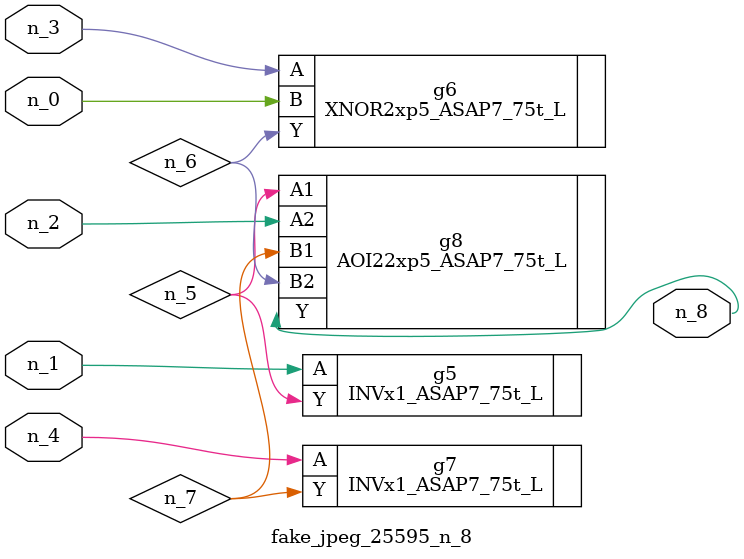
<source format=v>
module fake_jpeg_25595_n_8 (n_3, n_2, n_1, n_0, n_4, n_8);

input n_3;
input n_2;
input n_1;
input n_0;
input n_4;

output n_8;

wire n_6;
wire n_5;
wire n_7;

INVx1_ASAP7_75t_L g5 ( 
.A(n_1),
.Y(n_5)
);

XNOR2xp5_ASAP7_75t_L g6 ( 
.A(n_3),
.B(n_0),
.Y(n_6)
);

INVx1_ASAP7_75t_L g7 ( 
.A(n_4),
.Y(n_7)
);

AOI22xp5_ASAP7_75t_L g8 ( 
.A1(n_5),
.A2(n_2),
.B1(n_7),
.B2(n_6),
.Y(n_8)
);


endmodule
</source>
